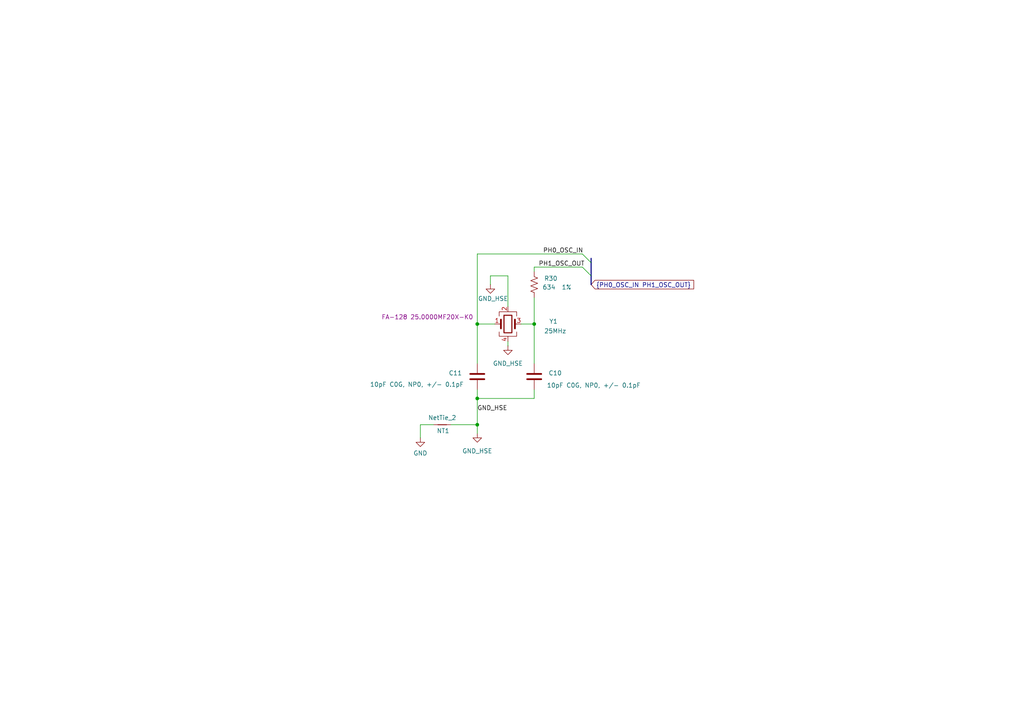
<source format=kicad_sch>
(kicad_sch (version 20250114) (generator "eeschema") (generator_version "9.0")
  (paper "A4")
  (title_block (title "ADCs for 10K thermistors") (date "2025-01-07") (rev "v0.1.1"))
  (lib_symbols
    (symbol "Device:R_US" (pin_numbers (hide yes)) (pin_names (offset 0))
      (property "Reference" "R" (at 2.54 0 90))
      (property "Value" "R_US" (at -2.54 0 90))
      (symbol "R_US_0_1"
        (polyline (pts (xy 0 2.286) (xy 0 2.54)))
        (polyline (pts (xy 0 2.286) (xy 1.016 1.905) (xy 0 1.524) (xy -1.016 1.143) (xy 0 0.762)))
        (polyline (pts (xy 0 0.762) (xy 1.016 0.381) (xy 0 0) (xy -1.016 -0.381) (xy 0 -0.762)))
        (polyline (pts (xy 0 -0.762) (xy 1.016 -1.143) (xy 0 -1.524) (xy -1.016 -1.905) (xy 0 -2.286)))
        (polyline (pts (xy 0 -2.286) (xy 0 -2.54)))
      )
      (symbol "R_US_1_1"
        (pin passive line (at 0 3.81 270) (length 1.27) (name "~") (number "1"))
        (pin passive line (at 0 -3.81 90) (length 1.27) (name "~") (number "2"))
      )
    )
    (symbol "ProjectLib:C" (pin_numbers (hide yes)) (pin_names (offset 0.254))
      (property "Reference" "C" (at 0.635 2.54 0))
      (property "Value" "C" (at 0.635 -2.54 0))
      (symbol "C_0_1"
        (polyline (pts (xy -2.032 0.762) (xy 2.032 0.762)) (stroke (width 0.508)))
        (polyline (pts (xy -2.032 -0.762) (xy 2.032 -0.762)) (stroke (width 0.508)))
      )
      (symbol "C_1_1"
        (pin passive line (at 0 3.81 270) (length 2.794) (name "~") (number "1"))
        (pin passive line (at 0 -3.81 90) (length 2.794) (name "~") (number "2"))
      )
    )
    (symbol "ProjectLib:Crystal_GND24" (pin_names (offset 1.016) (hide yes))
      (property "Reference" "Y" (at 3.175 5.08 0))
      (property "Value" "Crystal_GND24" (at 3.175 3.175 0))
      (symbol "Crystal_GND24_0_1"
        (polyline (pts (xy -2.54 2.286) (xy -2.54 3.556) (xy 2.54 3.556) (xy 2.54 2.286)))
        (polyline (pts (xy -2.54 0) (xy -2.032 0)))
        (polyline (pts (xy -2.54 -2.286) (xy -2.54 -3.556) (xy 2.54 -3.556) (xy 2.54 -2.286)))
        (polyline (pts (xy -2.032 -1.27) (xy -2.032 1.27)) (stroke (width 0.508)))
        (rectangle (start -1.143 2.54) (end 1.143 -2.54) (stroke (width 0.3048)))
        (polyline (pts (xy 0 3.556) (xy 0 3.81)))
        (polyline (pts (xy 0 -3.81) (xy 0 -3.556)))
        (polyline (pts (xy 2.032 0) (xy 2.54 0)))
        (polyline (pts (xy 2.032 -1.27) (xy 2.032 1.27)) (stroke (width 0.508)))
      )
      (symbol "Crystal_GND24_1_1"
        (pin passive line (at -3.81 0 0) (length 1.27) (name "1") (number "1"))
        (pin passive line (at 0 5.08 270) (length 1.27) (name "2") (number "2"))
        (pin passive line (at 0 -5.08 90) (length 1.27) (name "4") (number "4"))
        (pin passive line (at 3.81 0 180) (length 1.27) (name "3") (number "3"))
      )
    )
    (symbol "ProjectLib:GND_HSE" (power) (pin_numbers (hide yes)) (pin_names (offset 0) (hide yes))
      (property "Value" "GND_HSE" (at 0 -3.81 0))
      (symbol "GND_HSE_0_1"
        (polyline (pts (xy 0 0) (xy 0 -1.27) (xy 1.27 -1.27) (xy 0 -2.54) (xy -1.27 -1.27) (xy 0 -1.27)))
      )
      (symbol "GND_HSE_1_1"
        (pin power_in line (at 0 0 270) (length 0) (name "~") (number "1"))
      )
    )
    (symbol "ProjectLib:NetTie_2" (pin_numbers (hide yes)) (pin_names (offset 0) (hide yes)) (in_bom no)
      (property "Reference" "NT" (at 0 1.27 0))
      (property "Value" "NetTie_2" (at 0 -1.27 0))
      (symbol "NetTie_2_0_1"
        (polyline (pts (xy -1.27 0) (xy 1.27 0)) (stroke (width 0.254)))
      )
      (symbol "NetTie_2_1_1"
        (pin bidirectional line (at -2.54 0 0) (length 2.54) (name "1") (number "1"))
        (pin bidirectional line (at 2.54 0 180) (length 2.54) (name "2") (number "2"))
      )
    )
    (symbol "power:GND" (power) (pin_numbers (hide yes)) (pin_names (offset 0) (hide yes))
      (property "Value" "GND" (at 0 -3.81 0))
      (symbol "GND_0_1"
        (polyline (pts (xy 0 0) (xy 0 -1.27) (xy 1.27 -1.27) (xy 0 -2.54) (xy -1.27 -1.27) (xy 0 -1.27)))
      )
      (symbol "GND_1_1"
        (pin power_in line (at 0 0 270) (length 0) (name "~") (number "1"))
      )
    )
  )
  (junction (at 138.43 123.19))
  (junction (at 154.94 93.98))
  (junction (at 138.43 115.57))
  (junction (at 138.43 93.98))
  (bus_entry (at 171.45 76.2) (size -2.54 -2.54))
  (bus_entry (at 171.45 80.01) (size -2.54 -2.54))
  (wire (pts (xy 154.94 77.47) (xy 168.91 77.47)))
  (wire (pts (xy 138.43 93.98) (xy 138.43 105.41)))
  (wire (pts (xy 154.94 93.98) (xy 154.94 105.41)))
  (wire (pts (xy 138.43 115.57) (xy 154.94 115.57)))
  (wire (pts (xy 147.32 80.01) (xy 142.24 80.01)))
  (wire (pts (xy 138.43 73.66) (xy 168.91 73.66)))
  (wire (pts (xy 138.43 93.98) (xy 143.51 93.98)))
  (wire (pts (xy 154.94 115.57) (xy 154.94 113.03)))
  (wire (pts (xy 121.92 123.19) (xy 125.73 123.19)))
  (wire (pts (xy 138.43 115.57) (xy 138.43 123.19)))
  (wire (pts (xy 154.94 77.47) (xy 154.94 78.74)))
  (bus (pts (xy 171.45 76.2) (xy 171.45 80.01)))
  (bus (pts (xy 171.45 80.01) (xy 171.45 82.55)))
  (wire (pts (xy 121.92 127) (xy 121.92 123.19)))
  (wire (pts (xy 130.81 123.19) (xy 138.43 123.19)))
  (bus (pts (xy 171.45 74.93) (xy 171.45 76.2)))
  (wire (pts (xy 147.32 99.06) (xy 147.32 100.33)))
  (wire (pts (xy 138.43 73.66) (xy 138.43 93.98)))
  (wire (pts (xy 142.24 80.01) (xy 142.24 82.55)))
  (wire (pts (xy 138.43 125.73) (xy 138.43 123.19)))
  (wire (pts (xy 138.43 115.57) (xy 138.43 113.03)))
  (wire (pts (xy 147.32 88.9) (xy 147.32 80.01)))
  (wire (pts (xy 151.13 93.98) (xy 154.94 93.98)))
  (wire (pts (xy 154.94 86.36) (xy 154.94 93.98)))
  (label "PH1_OSC_OUT" (at 156.21 77.47 0))
  (label "PH0_OSC_IN" (at 157.48 73.66 0))
  (label "GND_HSE" (at 138.43 119.38 0))
  (global_label "{PH0_OSC_IN PH1_OSC_OUT}" (shape input) (at 171.45 82.55 0) (property "Intersheetrefs" "${INTERSHEET_REFS}" (effects (hide yes))))
  (symbol (lib_id "ProjectLib:GND_HSE") (at 147.32 100.33 0) (unit 1)
    (property "Reference" "#PWR03" (effects (hide yes)))
    (property "Value" "GND_HSE" (at 147.32 105.41 0))
    (property "Description" "Power symbol creates a global label with name \"GND_HSE\" , ground" (effects (hide yes)))
  )
  (symbol (lib_id "ProjectLib:GND_HSE") (at 142.24 82.55 0) (unit 1)
    (property "Reference" "#PWR061" (effects (hide yes)))
    (property "Value" "GND_HSE" (at 143.002 86.614 0))
    (property "Description" "Power symbol creates a global label with name \"GND_HSE\" , ground" (effects (hide yes)))
  )
  (symbol (lib_id "ProjectLib:C") (at 154.94 109.22 180) (unit 1)
    (property "Reference" "C10" (at 161.036 108.204 0))
    (property "Value" "10pF C0G, NP0, +/- 0.1pF" (at 172.212 111.76 0))
    (property "Footprint" "ProjectLib:C_0603_1608Metric" (effects (hide yes)))
    (property "Description" "Unpolarized capacitor" (effects (hide yes)))
    (property "MountType" "SMT" (effects (hide yes)))
    (property "pads" "2" (effects (hide yes)))
  )
  (symbol (lib_id "Device:R_US") (at 154.94 82.55 0) (unit 1)
    (property "Reference" "R30" (at 159.766 80.772 0))
    (property "Value" "634  1%" (at 161.544 83.312 0))
    (property "Footprint" "ProjectLib:R_0603_1608Metric" (effects (hide yes)))
    (property "Description" "Resistor, US symbol" (effects (hide yes)))
    (property "MountType" "SMT" (effects (hide yes)))
    (property "pads" "2" (effects (hide yes)))
  )
  (symbol (lib_id "ProjectLib:GND_HSE") (at 138.43 125.73 0) (unit 1)
    (property "Reference" "#PWR060" (effects (hide yes)))
    (property "Value" "GND_HSE" (at 138.43 130.81 0))
    (property "Description" "Power symbol creates a global label with name \"GND_HSE\" , ground" (effects (hide yes)))
  )
  (symbol (lib_id "power:GND") (at 121.92 127 0) (unit 1)
    (property "Reference" "#PWR095" (effects (hide yes)))
    (property "Value" "GND" (at 121.92 131.445 0))
    (property "Description" "Power symbol creates a global label with name \"GND\" , ground" (effects (hide yes)))
  )
  (symbol (lib_id "ProjectLib:Crystal_GND24") (at 147.32 93.98 0) (unit 1)
    (property "Reference" "Y1" (at 160.528 93.218 0))
    (property "Value" "25MHz" (at 161.036 96.012 0))
    (property "Footprint" "ProjectLib:Crystal_SMD_2016-4Pin_2.0x1.6mm" (effects (hide yes)))
    (property "Datasheet" "https://support.epson.biz/td/api/doc_check.php?dl=brief_FA-128&lang=en" (effects (hide yes)))
    (property "Description" "Four pin crystal.  10pF" (effects (hide yes)))
    (property "Manufacturer" "Epson" (effects (hide yes)))
    (property "MfgPart" "FA-128 25.0000MF20X-K0" (at 123.952 91.948 0))
    (property "MountType" "SMT" (effects (hide yes)))
    (property "pads" "4" (effects (hide yes)))
  )
  (symbol (lib_id "ProjectLib:NetTie_2") (at 128.27 123.19 0) (unit 1) (in_bom no)
    (property "Reference" "NT1" (at 128.524 124.968 0))
    (property "Value" "NetTie_2" (at 128.27 121.158 0))
    (property "Footprint" "ProjectLib:NetTie-2_SMD_Pad0.5mm" (effects (hide yes)))
    (property "Description" "Net tie, 2 pins" (effects (hide yes)))
  )
  (symbol (lib_id "ProjectLib:C") (at 138.43 109.22 180) (unit 1)
    (property "Reference" "C11" (at 132.08 108.204 0))
    (property "Value" "10pF C0G, NP0, +/- 0.1pF" (at 120.904 111.506 0))
    (property "Footprint" "ProjectLib:C_0603_1608Metric" (effects (hide yes)))
    (property "Description" "Unpolarized capacitor" (effects (hide yes)))
    (property "MountType" "SMT" (effects (hide yes)))
    (property "pads" "2" (effects (hide yes)))
  )
)
</source>
